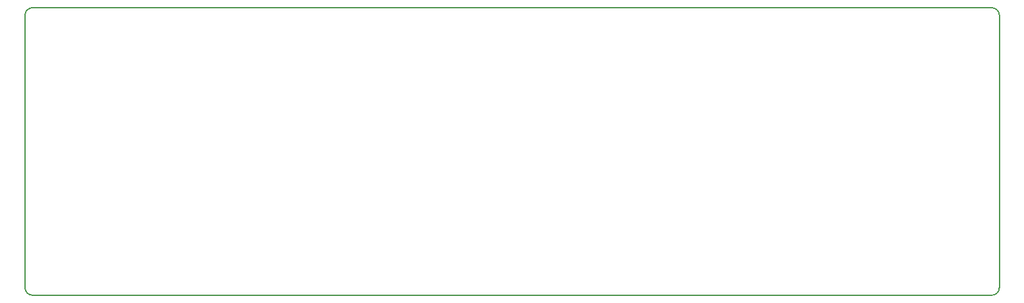
<source format=gbr>
G04 #@! TF.GenerationSoftware,KiCad,Pcbnew,5.0.1-33cea8e~68~ubuntu16.04.1*
G04 #@! TF.CreationDate,2019-04-14T14:52:50-04:00*
G04 #@! TF.ProjectId,filterbuffer,66696C7465726275666665722E6B6963,rev?*
G04 #@! TF.SameCoordinates,Original*
G04 #@! TF.FileFunction,Profile,NP*
%FSLAX46Y46*%
G04 Gerber Fmt 4.6, Leading zero omitted, Abs format (unit mm)*
G04 Created by KiCad (PCBNEW 5.0.1-33cea8e~68~ubuntu16.04.1) date Sun 14 Apr 2019 14:52:50 EDT*
%MOMM*%
%LPD*%
G01*
G04 APERTURE LIST*
%ADD10C,0.150000*%
G04 APERTURE END LIST*
D10*
X58200000Y-137450000D02*
G75*
G02X57200000Y-136450000I0J1000000D01*
G01*
X57200000Y-100450000D02*
X57200000Y-136450000D01*
X57200000Y-100450000D02*
G75*
G02X58200000Y-99450000I1000000J0D01*
G01*
X58200000Y-137450000D02*
X184700000Y-137450000D01*
X185700000Y-136450000D02*
G75*
G02X184700000Y-137450000I-1000000J0D01*
G01*
X185700000Y-100450000D02*
X185700000Y-136450000D01*
X184700000Y-99450000D02*
G75*
G02X185700000Y-100450000I0J-1000000D01*
G01*
X58200000Y-99450000D02*
X184700000Y-99450000D01*
M02*

</source>
